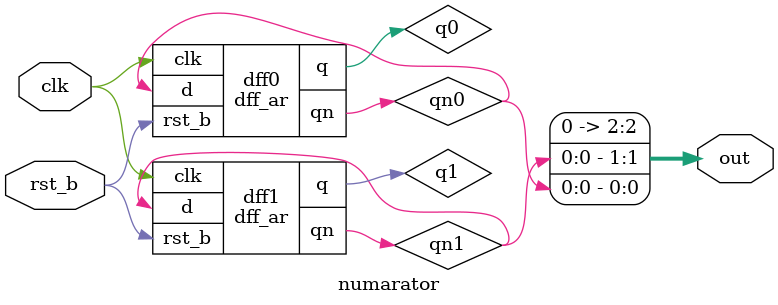
<source format=v>

module dff_ar (
input d, clk, rst_b,
output reg q,
output qn
);
always @ (posedge clk, negedge rst_b) begin
if (!rst_b) q <= 1'b0;
 else q <= d;
end

assign qn = ~q;

endmodule

module numarator (
    input clk,
    input rst_b,
    output [2:0] out
);

wire q0;
wire qn0;
wire q1;
wire qn1;

dff_ar dff0(.d(qn0),
            .clk(clk),
            .rst_b(rst_b),
            .q(q0),
            .qn(qn0));

dff_ar dff1(.d(qn1),
            .clk(clk),
            .rst_b(rst_b),
            .q(q1),
            .qn(qn1));

assign out = {qn1, qn0};

endmodule
</source>
